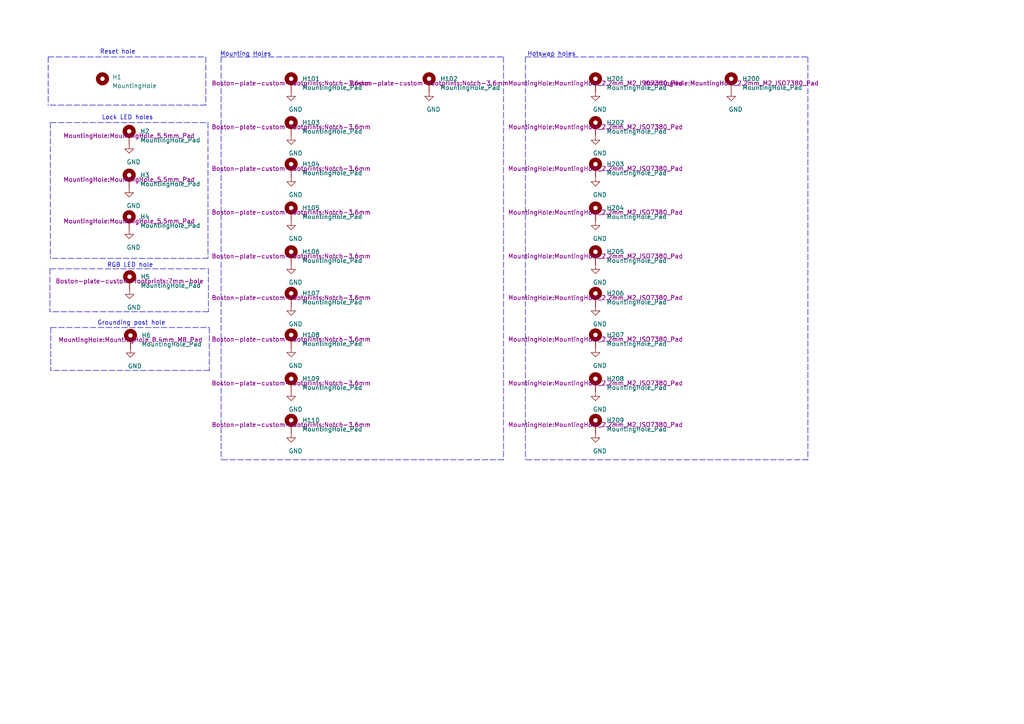
<source format=kicad_sch>
(kicad_sch (version 20211123) (generator eeschema)
  (paper "A4")
  (lib_symbols
    (symbol "Mechanical:MountingHole" (pin_names (offset 1.016))
      (property "Reference" "H" (at 0 5.08 0))
      (property "Value" "MountingHole" (at 0 3.175 0))
      (symbol "MountingHole_0_1"
        (circle (center 0 0) (radius 1.27) (stroke (width 1.27)))
      )
    )
    (symbol "Mechanical:MountingHole_Pad" (pin_numbers hide) (pin_names (offset 1.016) hide)
      (property "Reference" "H" (at 0 6.35 0))
      (property "Value" "MountingHole_Pad" (at 0 4.445 0))
      (symbol "MountingHole_Pad_0_1"
        (circle (center 0 1.27) (radius 1.27) (stroke (width 1.27)))
      )
      (symbol "MountingHole_Pad_1_1"
        (pin input line (at 0 -2.54 90) (length 2.54) (name "1") (number "1"))
      )
    )
    (symbol "power:GND" (power) (pin_names (offset 0))
      (property "Value" "GND" (at 0 -3.81 0))
      (symbol "GND_0_1"
        (polyline (pts (xy 0 0) (xy 0 -1.27) (xy 1.27 -1.27) (xy 0 -2.54) (xy -1.27 -1.27) (xy 0 -1.27)))
      )
      (symbol "GND_1_1"
        (pin power_in line (at 0 0 270) (length 0) hide (name "GND") (number "1"))
      )
    )
  )
  (polyline (pts (xy 14.732 94.996) (xy 60.706 94.996)) (stroke (width 0) (type dash)))
  (polyline (pts (xy 13.97 16.51) (xy 13.97 30.48)) (stroke (width 0) (type dash)))
  (polyline (pts (xy 13.97 16.51) (xy 59.69 16.51)) (stroke (width 0) (type dash)))
  (polyline (pts (xy 59.69 16.51) (xy 59.69 30.48)) (stroke (width 0) (type dash)))
  (polyline (pts (xy 59.69 30.48) (xy 13.97 30.48)) (stroke (width 0) (type dash)))
  (polyline (pts (xy 60.452 90.424) (xy 14.478 90.424)) (stroke (width 0) (type dash)))
  (polyline (pts (xy 152.4 16.51) (xy 234.315 16.51)) (stroke (width 0) (type dash)))
  (polyline (pts (xy 64.135 16.51) (xy 64.135 133.35)) (stroke (width 0) (type dash)))
  (polyline (pts (xy 64.135 16.51) (xy 146.05 16.51)) (stroke (width 0) (type dash)))
  (polyline (pts (xy 146.05 16.51) (xy 146.05 133.35)) (stroke (width 0) (type dash)))
  (polyline (pts (xy 146.05 133.35) (xy 64.135 133.35)) (stroke (width 0) (type dash)))
  (polyline (pts (xy 14.478 77.978) (xy 14.478 90.424)) (stroke (width 0) (type dash)))
  (polyline (pts (xy 60.706 94.996) (xy 60.706 107.442)) (stroke (width 0) (type dash)))
  (polyline (pts (xy 234.315 16.51) (xy 234.315 133.35)) (stroke (width 0) (type dash)))
  (polyline (pts (xy 14.478 77.978) (xy 60.452 77.978)) (stroke (width 0) (type dash)))
  (polyline (pts (xy 60.706 107.442) (xy 14.732 107.442)) (stroke (width 0) (type dash)))
  (polyline (pts (xy 152.4 16.51) (xy 152.4 133.35)) (stroke (width 0) (type dash)))
  (polyline (pts (xy 60.452 77.978) (xy 60.452 90.424)) (stroke (width 0) (type dash)))
  (polyline (pts (xy 234.315 133.35) (xy 152.4 133.35)) (stroke (width 0) (type dash)))
  (polyline (pts (xy 14.732 94.996) (xy 14.732 107.442)) (stroke (width 0) (type dash)))
  (polyline (pts (xy 14.605 35.56) (xy 14.605 74.93)) (stroke (width 0) (type dash)))
  (polyline (pts (xy 14.605 35.56) (xy 60.325 35.56)) (stroke (width 0) (type dash)))
  (polyline (pts (xy 60.325 35.56) (xy 60.325 74.93)) (stroke (width 0) (type dash)))
  (polyline (pts (xy 60.325 74.93) (xy 14.605 74.93)) (stroke (width 0) (type dash)))
  (text "RGB LED hole" (at 44.45 77.724 180) (effects (font (size 1.27 1.27)) (justify right bottom)))
  (text "Reset hole" (at 39.37 15.875 180) (effects (font (size 1.27 1.27)) (justify right bottom)))
  (text "Mounting Holes" (at 78.74 16.51 180) (effects (font (size 1.27 1.27)) (justify right bottom)))
  (text "Hotswap holes\n" (at 167.005 16.51 180) (effects (font (size 1.27 1.27)) (justify right bottom)))
  (text "Grounding post hole" (at 48.006 94.488 180) (effects (font (size 1.27 1.27)) (justify right bottom)))
  (text "Lock LED holes" (at 44.45 34.925 180) (effects (font (size 1.27 1.27)) (justify right bottom)))
  (symbol (lib_id "Mechanical:MountingHole_Pad") (at 172.72 111.125 0) (unit 1)
    (property "Reference" "H208" (at 175.895 109.855 0) (effects (justify left)))
    (property "Value" "MountingHole_Pad" (at 175.895 112.395 0) (effects (justify left)))
    (property "Footprint" "MountingHole:MountingHole_2.2mm_M2_ISO7380_Pad" (at 172.72 111.125 0))
  )
  (symbol (lib_id "power:GND") (at 37.465 54.61 0) (unit 1)
    (property "Reference" "#PWR0102" (effects hide))
    (property "Value" "GND" (at 38.735 59.69 0))
  )
  (symbol (lib_id "Mechanical:MountingHole_Pad") (at 37.846 98.552 0) (unit 1)
    (property "Reference" "H6" (at 41.021 97.282 0) (effects (justify left)))
    (property "Value" "MountingHole_Pad" (at 41.021 99.822 0) (effects (justify left)))
    (property "Footprint" "MountingHole:MountingHole_8.4mm_M8_Pad" (at 37.846 98.552 0))
  )
  (symbol (lib_id "power:GND") (at 172.72 113.665 0) (unit 1)
    (property "Reference" "#PWR0210" (effects hide))
    (property "Value" "GND" (at 173.99 118.745 0))
  )
  (symbol (lib_id "power:GND") (at 172.72 100.965 0) (unit 1)
    (property "Reference" "#PWR0209" (effects hide))
    (property "Value" "GND" (at 173.99 106.045 0))
  )
  (symbol (lib_id "Mechanical:MountingHole_Pad") (at 37.465 39.37 0) (unit 1)
    (property "Reference" "H2" (at 40.64 38.1 0) (effects (justify left)))
    (property "Value" "MountingHole_Pad" (at 40.64 40.64 0) (effects (justify left)))
    (property "Footprint" "MountingHole:MountingHole_5.5mm_Pad" (at 37.465 39.37 0))
  )
  (symbol (lib_id "Mechanical:MountingHole_Pad") (at 84.455 74.295 0) (unit 1)
    (property "Reference" "H106" (at 87.63 73.025 0) (effects (justify left)))
    (property "Value" "MountingHole_Pad" (at 87.63 75.565 0) (effects (justify left)))
    (property "Footprint" "Boston-plate-custom-footprints:Notch-3.6mm" (at 84.455 74.295 0))
  )
  (symbol (lib_id "Mechanical:MountingHole_Pad") (at 84.455 36.83 0) (unit 1)
    (property "Reference" "H103" (at 87.63 35.56 0) (effects (justify left)))
    (property "Value" "MountingHole_Pad" (at 87.63 38.1 0) (effects (justify left)))
    (property "Footprint" "Boston-plate-custom-footprints:Notch-3.6mm" (at 84.455 36.83 0))
  )
  (symbol (lib_id "Mechanical:MountingHole_Pad") (at 84.455 61.595 0) (unit 1)
    (property "Reference" "H105" (at 87.63 60.325 0) (effects (justify left)))
    (property "Value" "MountingHole_Pad" (at 87.63 62.865 0) (effects (justify left)))
    (property "Footprint" "Boston-plate-custom-footprints:Notch-3.6mm" (at 84.455 61.595 0))
  )
  (symbol (lib_id "power:GND") (at 37.846 101.092 0) (unit 1)
    (property "Reference" "#PWR0202" (effects hide))
    (property "Value" "GND" (at 39.116 106.172 0))
  )
  (symbol (lib_id "power:GND") (at 172.72 64.135 0) (unit 1)
    (property "Reference" "#PWR0206" (effects hide))
    (property "Value" "GND" (at 173.99 69.215 0))
  )
  (symbol (lib_id "Mechanical:MountingHole_Pad") (at 84.455 24.13 0) (unit 1)
    (property "Reference" "H101" (at 87.63 22.86 0) (effects (justify left)))
    (property "Value" "MountingHole_Pad" (at 87.63 25.4 0) (effects (justify left)))
    (property "Footprint" "Boston-plate-custom-footprints:Notch-3.6mm" (at 84.455 24.13 0))
  )
  (symbol (lib_id "Mechanical:MountingHole_Pad") (at 172.72 98.425 0) (unit 1)
    (property "Reference" "H207" (at 175.895 97.155 0) (effects (justify left)))
    (property "Value" "MountingHole_Pad" (at 175.895 99.695 0) (effects (justify left)))
    (property "Footprint" "MountingHole:MountingHole_2.2mm_M2_ISO7380_Pad" (at 172.72 98.425 0))
  )
  (symbol (lib_id "Mechanical:MountingHole_Pad") (at 84.455 111.125 0) (unit 1)
    (property "Reference" "H109" (at 87.63 109.855 0) (effects (justify left)))
    (property "Value" "MountingHole_Pad" (at 87.63 112.395 0) (effects (justify left)))
    (property "Footprint" "Boston-plate-custom-footprints:Notch-3.6mm" (at 84.455 111.125 0))
  )
  (symbol (lib_id "power:GND") (at 172.72 88.9 0) (unit 1)
    (property "Reference" "#PWR0208" (effects hide))
    (property "Value" "GND" (at 173.99 93.98 0))
  )
  (symbol (lib_id "power:GND") (at 172.72 26.67 0) (unit 1)
    (property "Reference" "#PWR0203" (effects hide))
    (property "Value" "GND" (at 173.99 31.75 0))
  )
  (symbol (lib_id "Mechanical:MountingHole_Pad") (at 172.72 123.19 0) (unit 1)
    (property "Reference" "H209" (at 175.895 121.92 0) (effects (justify left)))
    (property "Value" "MountingHole_Pad" (at 175.895 124.46 0) (effects (justify left)))
    (property "Footprint" "MountingHole:MountingHole_2.2mm_M2_ISO7380_Pad" (at 172.72 123.19 0))
  )
  (symbol (lib_id "power:GND") (at 84.455 125.73 0) (unit 1)
    (property "Reference" "#PWR0113" (effects hide))
    (property "Value" "GND" (at 85.725 130.81 0))
  )
  (symbol (lib_id "power:GND") (at 124.46 26.67 0) (unit 1)
    (property "Reference" "#PWR0114" (effects hide))
    (property "Value" "GND" (at 125.73 31.75 0))
  )
  (symbol (lib_id "Mechanical:MountingHole_Pad") (at 37.465 64.135 0) (unit 1)
    (property "Reference" "H4" (at 40.64 62.865 0) (effects (justify left)))
    (property "Value" "MountingHole_Pad" (at 40.64 65.405 0) (effects (justify left)))
    (property "Footprint" "MountingHole:MountingHole_5.5mm_Pad" (at 37.465 64.135 0))
  )
  (symbol (lib_id "power:GND") (at 84.455 113.665 0) (unit 1)
    (property "Reference" "#PWR0112" (effects hide))
    (property "Value" "GND" (at 85.725 118.745 0))
  )
  (symbol (lib_id "power:GND") (at 212.09 26.67 0) (unit 1)
    (property "Reference" "#PWR0101" (effects hide))
    (property "Value" "GND" (at 213.36 31.75 0))
  )
  (symbol (lib_id "power:GND") (at 172.72 51.435 0) (unit 1)
    (property "Reference" "#PWR0205" (effects hide))
    (property "Value" "GND" (at 173.99 56.515 0))
  )
  (symbol (lib_id "power:GND") (at 84.455 51.435 0) (unit 1)
    (property "Reference" "#PWR0107" (effects hide))
    (property "Value" "GND" (at 85.725 56.515 0))
  )
  (symbol (lib_id "power:GND") (at 172.72 125.73 0) (unit 1)
    (property "Reference" "#PWR0211" (effects hide))
    (property "Value" "GND" (at 173.99 130.81 0))
  )
  (symbol (lib_id "power:GND") (at 37.592 84.074 0) (unit 1)
    (property "Reference" "#PWR0201" (effects hide))
    (property "Value" "GND" (at 38.862 89.154 0))
  )
  (symbol (lib_id "Mechanical:MountingHole_Pad") (at 84.455 86.36 0) (unit 1)
    (property "Reference" "H107" (at 87.63 85.09 0) (effects (justify left)))
    (property "Value" "MountingHole_Pad" (at 87.63 87.63 0) (effects (justify left)))
    (property "Footprint" "Boston-plate-custom-footprints:Notch-3.6mm" (at 84.455 86.36 0))
  )
  (symbol (lib_id "power:GND") (at 84.455 39.37 0) (unit 1)
    (property "Reference" "#PWR0106" (effects hide))
    (property "Value" "GND" (at 85.725 44.45 0))
  )
  (symbol (lib_id "power:GND") (at 37.465 41.91 0) (unit 1)
    (property "Reference" "#PWR0104" (effects hide))
    (property "Value" "GND" (at 38.735 46.99 0))
  )
  (symbol (lib_id "Mechanical:MountingHole_Pad") (at 37.592 81.534 0) (unit 1)
    (property "Reference" "H5" (at 40.767 80.264 0) (effects (justify left)))
    (property "Value" "MountingHole_Pad" (at 40.767 82.804 0) (effects (justify left)))
    (property "Footprint" "Boston-plate-custom-footprints:7mm-hole" (at 37.592 81.534 0))
  )
  (symbol (lib_id "Mechanical:MountingHole_Pad") (at 84.455 98.425 0) (unit 1)
    (property "Reference" "H108" (at 87.63 97.155 0) (effects (justify left)))
    (property "Value" "MountingHole_Pad" (at 87.63 99.695 0) (effects (justify left)))
    (property "Footprint" "Boston-plate-custom-footprints:Notch-3.6mm" (at 84.455 98.425 0))
  )
  (symbol (lib_id "power:GND") (at 172.72 39.37 0) (unit 1)
    (property "Reference" "#PWR0204" (effects hide))
    (property "Value" "GND" (at 173.99 44.45 0))
  )
  (symbol (lib_id "power:GND") (at 84.455 100.965 0) (unit 1)
    (property "Reference" "#PWR0111" (effects hide))
    (property "Value" "GND" (at 85.725 106.045 0))
  )
  (symbol (lib_id "Mechanical:MountingHole_Pad") (at 37.465 52.07 0) (unit 1)
    (property "Reference" "H3" (at 40.64 50.8 0) (effects (justify left)))
    (property "Value" "MountingHole_Pad" (at 40.64 53.34 0) (effects (justify left)))
    (property "Footprint" "MountingHole:MountingHole_5.5mm_Pad" (at 37.465 52.07 0))
  )
  (symbol (lib_id "Mechanical:MountingHole") (at 29.718 22.86 0) (unit 1)
    (property "Reference" "H1" (at 32.512 22.352 0) (effects (justify left)))
    (property "Value" "MountingHole" (at 32.512 24.892 0) (effects (justify left)))
    (property "Footprint" "Boston-plate-custom-footprints:6x6-Tact-switch-opening-enlarged" (effects hide))
  )
  (symbol (lib_id "Mechanical:MountingHole_Pad") (at 212.09 24.13 0) (unit 1)
    (property "Reference" "H200" (at 215.265 22.86 0) (effects (justify left)))
    (property "Value" "MountingHole_Pad" (at 215.265 25.4 0) (effects (justify left)))
    (property "Footprint" "MountingHole:MountingHole_2.2mm_M2_ISO7380_Pad" (at 212.09 24.13 0))
  )
  (symbol (lib_id "Mechanical:MountingHole_Pad") (at 172.72 86.36 0) (unit 1)
    (property "Reference" "H206" (at 175.895 85.09 0) (effects (justify left)))
    (property "Value" "MountingHole_Pad" (at 175.895 87.63 0) (effects (justify left)))
    (property "Footprint" "MountingHole:MountingHole_2.2mm_M2_ISO7380_Pad" (at 172.72 86.36 0))
  )
  (symbol (lib_id "Mechanical:MountingHole_Pad") (at 172.72 48.895 0) (unit 1)
    (property "Reference" "H203" (at 175.895 47.625 0) (effects (justify left)))
    (property "Value" "MountingHole_Pad" (at 175.895 50.165 0) (effects (justify left)))
    (property "Footprint" "MountingHole:MountingHole_2.2mm_M2_ISO7380_Pad" (at 172.72 48.895 0))
  )
  (symbol (lib_id "power:GND") (at 172.72 76.835 0) (unit 1)
    (property "Reference" "#PWR0207" (effects hide))
    (property "Value" "GND" (at 173.99 81.915 0))
  )
  (symbol (lib_id "power:GND") (at 37.465 66.675 0) (unit 1)
    (property "Reference" "#PWR0103" (effects hide))
    (property "Value" "GND" (at 38.735 71.755 0))
  )
  (symbol (lib_id "power:GND") (at 84.455 76.835 0) (unit 1)
    (property "Reference" "#PWR0109" (effects hide))
    (property "Value" "GND" (at 85.725 81.915 0))
  )
  (symbol (lib_id "Mechanical:MountingHole_Pad") (at 84.455 123.19 0) (unit 1)
    (property "Reference" "H110" (at 87.63 121.92 0) (effects (justify left)))
    (property "Value" "MountingHole_Pad" (at 87.63 124.46 0) (effects (justify left)))
    (property "Footprint" "Boston-plate-custom-footprints:Notch-3.6mm" (at 84.455 123.19 0))
  )
  (symbol (lib_id "Mechanical:MountingHole_Pad") (at 172.72 36.83 0) (unit 1)
    (property "Reference" "H202" (at 175.895 35.56 0) (effects (justify left)))
    (property "Value" "MountingHole_Pad" (at 175.895 38.1 0) (effects (justify left)))
    (property "Footprint" "MountingHole:MountingHole_2.2mm_M2_ISO7380_Pad" (at 172.72 36.83 0))
  )
  (symbol (lib_id "power:GND") (at 84.455 26.67 0) (unit 1)
    (property "Reference" "#PWR0105" (effects hide))
    (property "Value" "GND" (at 85.725 31.75 0))
  )
  (symbol (lib_id "Mechanical:MountingHole_Pad") (at 124.46 24.13 0) (unit 1)
    (property "Reference" "H102" (at 127.635 22.86 0) (effects (justify left)))
    (property "Value" "MountingHole_Pad" (at 127.635 25.4 0) (effects (justify left)))
    (property "Footprint" "Boston-plate-custom-footprints:Notch-3.6mm" (at 124.46 24.13 0))
  )
  (symbol (lib_id "power:GND") (at 84.455 64.135 0) (unit 1)
    (property "Reference" "#PWR0108" (effects hide))
    (property "Value" "GND" (at 85.725 69.215 0))
  )
  (symbol (lib_id "Mechanical:MountingHole_Pad") (at 172.72 24.13 0) (unit 1)
    (property "Reference" "H201" (at 175.895 22.86 0) (effects (justify left)))
    (property "Value" "MountingHole_Pad" (at 175.895 25.4 0) (effects (justify left)))
    (property "Footprint" "MountingHole:MountingHole_2.2mm_M2_ISO7380_Pad" (at 172.72 24.13 0))
  )
  (symbol (lib_id "power:GND") (at 84.455 88.9 0) (unit 1)
    (property "Reference" "#PWR0110" (effects hide))
    (property "Value" "GND" (at 85.725 93.98 0))
  )
  (symbol (lib_id "Mechanical:MountingHole_Pad") (at 84.455 48.895 0) (unit 1)
    (property "Reference" "H104" (at 87.63 47.625 0) (effects (justify left)))
    (property "Value" "MountingHole_Pad" (at 87.63 50.165 0) (effects (justify left)))
    (property "Footprint" "Boston-plate-custom-footprints:Notch-3.6mm" (at 84.455 48.895 0))
  )
  (symbol (lib_id "Mechanical:MountingHole_Pad") (at 172.72 61.595 0) (unit 1)
    (property "Reference" "H204" (at 175.895 60.325 0) (effects (justify left)))
    (property "Value" "MountingHole_Pad" (at 175.895 62.865 0) (effects (justify left)))
    (property "Footprint" "MountingHole:MountingHole_2.2mm_M2_ISO7380_Pad" (at 172.72 61.595 0))
  )
  (symbol (lib_id "Mechanical:MountingHole_Pad") (at 172.72 74.295 0) (unit 1)
    (property "Reference" "H205" (at 175.895 73.025 0) (effects (justify left)))
    (property "Value" "MountingHole_Pad" (at 175.895 75.565 0) (effects (justify left)))
    (property "Footprint" "MountingHole:MountingHole_2.2mm_M2_ISO7380_Pad" (at 172.72 74.295 0))
  )
)
</source>
